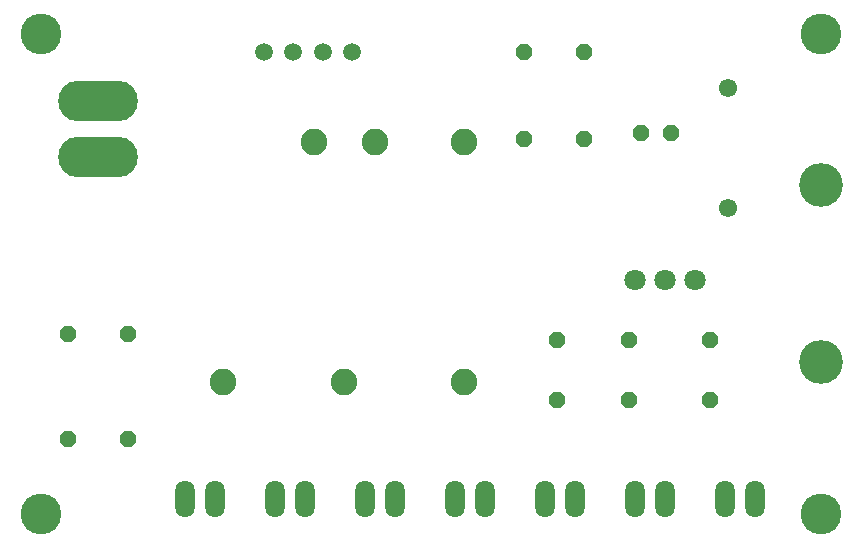
<source format=gts>
G04*
G04 #@! TF.GenerationSoftware,Altium Limited,Altium Designer,18.1.11 (251)*
G04*
G04 Layer_Color=8388736*
%FSLAX25Y25*%
%MOIN*%
G70*
G01*
G75*
%ADD19C,0.13592*%
%ADD20C,0.06112*%
%ADD21O,0.06506X0.12411*%
%ADD22P,0.05845X8X292.5*%
%ADD23P,0.05845X8X202.5*%
%ADD24C,0.08868*%
%ADD25O,0.26583X0.13591*%
%ADD26C,0.05915*%
%ADD27C,0.14600*%
%ADD28C,0.07100*%
D19*
X270000Y380000D02*
D03*
X530000Y220000D02*
D03*
Y380000D02*
D03*
X270000Y220000D02*
D03*
D20*
X499000Y362000D02*
D03*
Y322000D02*
D03*
D21*
X478000Y225000D02*
D03*
X468000D02*
D03*
X508000D02*
D03*
X498000D02*
D03*
X328000D02*
D03*
X318000D02*
D03*
X358000D02*
D03*
X348000D02*
D03*
X388000D02*
D03*
X378000D02*
D03*
X418000D02*
D03*
X408000D02*
D03*
X448000D02*
D03*
X438000D02*
D03*
D22*
X493000Y258000D02*
D03*
Y278000D02*
D03*
X466000Y258000D02*
D03*
Y278000D02*
D03*
X442000Y258000D02*
D03*
Y278000D02*
D03*
D23*
X279000Y245000D02*
D03*
X299000D02*
D03*
X431000Y374000D02*
D03*
X451000D02*
D03*
X279000Y280000D02*
D03*
X299000D02*
D03*
X431000Y345000D02*
D03*
X451000D02*
D03*
X470000Y347000D02*
D03*
X480000D02*
D03*
D24*
X330842Y264000D02*
D03*
X371000D02*
D03*
X411157D02*
D03*
X361157Y344000D02*
D03*
X381236D02*
D03*
X411157D02*
D03*
D25*
X289000Y357504D02*
D03*
Y339000D02*
D03*
D26*
X344236Y374000D02*
D03*
X354079D02*
D03*
X363921D02*
D03*
X373764D02*
D03*
D27*
X530000Y270500D02*
D03*
Y329500D02*
D03*
D28*
X478000Y298000D02*
D03*
X488000D02*
D03*
X468000D02*
D03*
M02*

</source>
